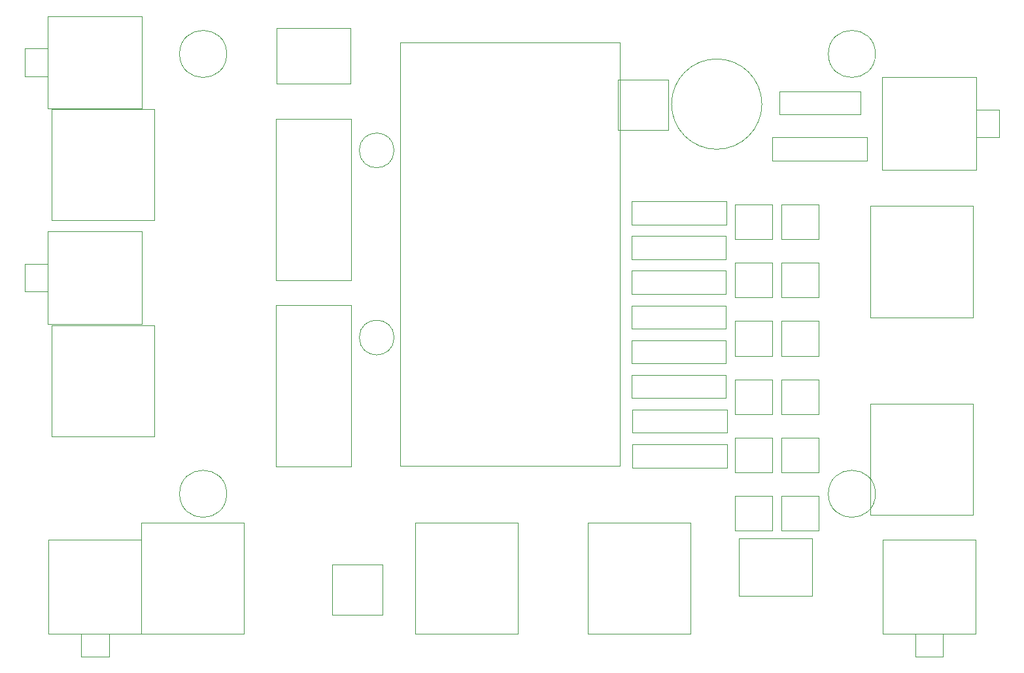
<source format=gbr>
%TF.GenerationSoftware,KiCad,Pcbnew,(6.0.4)*%
%TF.CreationDate,2022-10-02T13:18:35+02:00*%
%TF.ProjectId,Spikeling_V2.2b,5370696b-656c-4696-9e67-5f56322e3262,rev?*%
%TF.SameCoordinates,Original*%
%TF.FileFunction,Other,User*%
%FSLAX46Y46*%
G04 Gerber Fmt 4.6, Leading zero omitted, Abs format (unit mm)*
G04 Created by KiCad (PCBNEW (6.0.4)) date 2022-10-02 13:18:35*
%MOMM*%
%LPD*%
G01*
G04 APERTURE LIST*
%ADD10C,0.050000*%
%ADD11C,0.120000*%
G04 APERTURE END LIST*
D10*
%TO.C,D14*%
X180250000Y-64850000D02*
X180250000Y-58350000D01*
X173750000Y-64850000D02*
X180250000Y-64850000D01*
X180250000Y-58350000D02*
X173750000Y-58350000D01*
X173750000Y-58350000D02*
X173750000Y-64850000D01*
%TO.C, *%
X123050000Y-55000000D02*
G75*
G03*
X123050000Y-55000000I-3050000J0D01*
G01*
%TO.C,D7*%
X193700000Y-79029000D02*
X193700000Y-74529000D01*
X188850000Y-79029000D02*
X193700000Y-79029000D01*
X188850000Y-74529000D02*
X188850000Y-79029000D01*
X193700000Y-74529000D02*
X188850000Y-74529000D01*
%TO.C,D2*%
X193700000Y-112254000D02*
X188850000Y-112254000D01*
X188850000Y-116754000D02*
X193700000Y-116754000D01*
X188850000Y-112254000D02*
X188850000Y-116754000D01*
X193700000Y-116754000D02*
X193700000Y-112254000D01*
%TO.C,R5*%
X175450000Y-96600000D02*
X175450000Y-99600000D01*
X187710000Y-99600000D02*
X187710000Y-96600000D01*
X175450000Y-99600000D02*
X187710000Y-99600000D01*
X187710000Y-96600000D02*
X175450000Y-96600000D01*
%TO.C,U3*%
X139200000Y-108425000D02*
X139200000Y-87575000D01*
X129400000Y-108425000D02*
X139200000Y-108425000D01*
X139200000Y-87575000D02*
X129400000Y-87575000D01*
X129400000Y-87575000D02*
X129400000Y-108425000D01*
%TO.C,RV6*%
X206350000Y-100350000D02*
X206350000Y-114750000D01*
X219650000Y-114750000D02*
X219650000Y-100350000D01*
X219650000Y-100350000D02*
X206350000Y-100350000D01*
X206350000Y-114750000D02*
X219650000Y-114750000D01*
%TO.C,RV4*%
X169850000Y-115750000D02*
X169850000Y-130150000D01*
X183150000Y-130150000D02*
X183150000Y-115750000D01*
X169850000Y-130150000D02*
X183150000Y-130150000D01*
X183150000Y-115750000D02*
X169850000Y-115750000D01*
%TO.C,J2*%
X96882500Y-57900000D02*
X99882500Y-57900000D01*
X99882500Y-57900000D02*
X99882500Y-54300000D01*
X99882500Y-54300000D02*
X96882500Y-54300000D01*
X96882500Y-54300000D02*
X96882500Y-57900000D01*
D11*
X99882500Y-62100000D02*
X112082500Y-62100000D01*
X112082500Y-62100000D02*
X112082500Y-50100000D01*
X112082500Y-50100000D02*
X99882500Y-50100000D01*
X99882500Y-50100000D02*
X99882500Y-62100000D01*
%TO.C,J1*%
X220100000Y-58000000D02*
X207900000Y-58000000D01*
X207900000Y-58000000D02*
X207900000Y-70000000D01*
X207900000Y-70000000D02*
X220100000Y-70000000D01*
X220100000Y-70000000D02*
X220100000Y-58000000D01*
D10*
X223100000Y-62200000D02*
X220100000Y-62200000D01*
X220100000Y-62200000D02*
X220100000Y-65800000D01*
X220100000Y-65800000D02*
X223100000Y-65800000D01*
X223100000Y-65800000D02*
X223100000Y-62200000D01*
%TO.C,RV1*%
X113650000Y-76550000D02*
X113650000Y-62150000D01*
X100350000Y-76550000D02*
X113650000Y-76550000D01*
X100350000Y-62150000D02*
X100350000Y-76550000D01*
X113650000Y-62150000D02*
X100350000Y-62150000D01*
%TO.C,D4*%
X193700000Y-101664000D02*
X193700000Y-97164000D01*
X188850000Y-101664000D02*
X193700000Y-101664000D01*
X193700000Y-97164000D02*
X188850000Y-97164000D01*
X188850000Y-97164000D02*
X188850000Y-101664000D01*
%TO.C,RV3*%
X125250000Y-115750000D02*
X111950000Y-115750000D01*
X111950000Y-115750000D02*
X111950000Y-130150000D01*
X111950000Y-130150000D02*
X125250000Y-130150000D01*
X125250000Y-130150000D02*
X125250000Y-115750000D01*
%TO.C,R3*%
X175550000Y-104100000D02*
X187810000Y-104100000D01*
X187810000Y-104100000D02*
X187810000Y-101100000D01*
X175550000Y-101100000D02*
X175550000Y-104100000D01*
X187810000Y-101100000D02*
X175550000Y-101100000D01*
%TO.C, *%
X207050000Y-55000000D02*
G75*
G03*
X207050000Y-55000000I-3050000J0D01*
G01*
%TO.C,U2*%
X129400000Y-84300000D02*
X139200000Y-84300000D01*
X139200000Y-63450000D02*
X129400000Y-63450000D01*
X129400000Y-63450000D02*
X129400000Y-84300000D01*
X139200000Y-84300000D02*
X139200000Y-63450000D01*
%TO.C,C2*%
X144722600Y-91750000D02*
G75*
G03*
X144722600Y-91750000I-2250000J0D01*
G01*
D11*
%TO.C,J5*%
X220000000Y-130117500D02*
X208000000Y-130117500D01*
X208000000Y-130117500D02*
X208000000Y-117917500D01*
X208000000Y-117917500D02*
X220000000Y-117917500D01*
X220000000Y-117917500D02*
X220000000Y-130117500D01*
D10*
X215800000Y-133117500D02*
X212200000Y-133117500D01*
X212200000Y-133117500D02*
X212200000Y-130117500D01*
X212200000Y-130117500D02*
X215800000Y-130117500D01*
X215800000Y-130117500D02*
X215800000Y-133117500D01*
%TO.C,SW2*%
X139050000Y-58890000D02*
X129500000Y-58890000D01*
X139050000Y-51640000D02*
X139050000Y-58890000D01*
X129500000Y-51640000D02*
X139050000Y-51640000D01*
X129500000Y-58890000D02*
X129500000Y-51640000D01*
%TO.C,D11*%
X199700000Y-89619000D02*
X194850000Y-89619000D01*
X199700000Y-94119000D02*
X199700000Y-89619000D01*
X194850000Y-89619000D02*
X194850000Y-94119000D01*
X194850000Y-94119000D02*
X199700000Y-94119000D01*
%TO.C,D9*%
X194850000Y-109209000D02*
X199700000Y-109209000D01*
X199700000Y-109209000D02*
X199700000Y-104709000D01*
X199700000Y-104709000D02*
X194850000Y-104709000D01*
X194850000Y-104709000D02*
X194850000Y-109209000D01*
%TO.C,C1*%
X144722600Y-67500000D02*
G75*
G03*
X144722600Y-67500000I-2250000J0D01*
G01*
%TO.C,R9*%
X175450000Y-92100000D02*
X175450000Y-95100000D01*
X187710000Y-92100000D02*
X175450000Y-92100000D01*
X175450000Y-95100000D02*
X187710000Y-95100000D01*
X187710000Y-95100000D02*
X187710000Y-92100000D01*
%TO.C,D13*%
X199700000Y-79029000D02*
X199700000Y-74529000D01*
X194850000Y-79029000D02*
X199700000Y-79029000D01*
X199700000Y-74529000D02*
X194850000Y-74529000D01*
X194850000Y-74529000D02*
X194850000Y-79029000D01*
%TO.C,D12*%
X199700000Y-82074000D02*
X194850000Y-82074000D01*
X194850000Y-86574000D02*
X199700000Y-86574000D01*
X194850000Y-82074000D02*
X194850000Y-86574000D01*
X199700000Y-86574000D02*
X199700000Y-82074000D01*
%TO.C,D10*%
X194850000Y-97164000D02*
X194850000Y-101664000D01*
X199700000Y-101664000D02*
X199700000Y-97164000D01*
X194850000Y-101664000D02*
X199700000Y-101664000D01*
X199700000Y-97164000D02*
X194850000Y-97164000D01*
%TO.C,R1*%
X205930000Y-65800000D02*
X193670000Y-65800000D01*
X205930000Y-68800000D02*
X205930000Y-65800000D01*
X193670000Y-65800000D02*
X193670000Y-68800000D01*
X193670000Y-68800000D02*
X205930000Y-68800000D01*
%TO.C,D1*%
X136738000Y-121150000D02*
X136738000Y-127650000D01*
X143188000Y-121150000D02*
X136738000Y-121150000D01*
X143188000Y-127650000D02*
X143188000Y-121150000D01*
X136738000Y-127650000D02*
X143188000Y-127650000D01*
%TO.C,RV7*%
X206350000Y-89122000D02*
X219650000Y-89122000D01*
X219650000Y-89122000D02*
X219650000Y-74722000D01*
X206350000Y-74722000D02*
X206350000Y-89122000D01*
X219650000Y-74722000D02*
X206350000Y-74722000D01*
%TO.C,RV2*%
X100350000Y-104550000D02*
X113650000Y-104550000D01*
X113650000Y-104550000D02*
X113650000Y-90150000D01*
X100350000Y-90150000D02*
X100350000Y-104550000D01*
X113650000Y-90150000D02*
X100350000Y-90150000D01*
D11*
%TO.C,e*%
X99882500Y-90000000D02*
X112082500Y-90000000D01*
X112082500Y-90000000D02*
X112082500Y-78000000D01*
X112082500Y-78000000D02*
X99882500Y-78000000D01*
X99882500Y-78000000D02*
X99882500Y-90000000D01*
D10*
X96882500Y-85800000D02*
X99882500Y-85800000D01*
X99882500Y-85800000D02*
X99882500Y-82200000D01*
X99882500Y-82200000D02*
X96882500Y-82200000D01*
X96882500Y-82200000D02*
X96882500Y-85800000D01*
%TO.C,D3*%
X188850000Y-109209000D02*
X193700000Y-109209000D01*
X193700000Y-104709000D02*
X188850000Y-104709000D01*
X193700000Y-109209000D02*
X193700000Y-104709000D01*
X188850000Y-104709000D02*
X188850000Y-109209000D01*
%TO.C, *%
X207050000Y-112000000D02*
G75*
G03*
X207050000Y-112000000I-3050000J0D01*
G01*
%TO.C,D5*%
X188850000Y-94119000D02*
X193700000Y-94119000D01*
X193700000Y-89619000D02*
X188850000Y-89619000D01*
X193700000Y-94119000D02*
X193700000Y-89619000D01*
X188850000Y-89619000D02*
X188850000Y-94119000D01*
D11*
%TO.C,J4*%
X112000000Y-130117500D02*
X100000000Y-130117500D01*
X100000000Y-130117500D02*
X100000000Y-117917500D01*
X100000000Y-117917500D02*
X112000000Y-117917500D01*
X112000000Y-117917500D02*
X112000000Y-130117500D01*
D10*
X107800000Y-133117500D02*
X104200000Y-133117500D01*
X104200000Y-133117500D02*
X104200000Y-130117500D01*
X104200000Y-130117500D02*
X107800000Y-130117500D01*
X107800000Y-130117500D02*
X107800000Y-133117500D01*
%TO.C,R8*%
X175450000Y-90600000D02*
X187710000Y-90600000D01*
X187710000Y-90600000D02*
X187710000Y-87600000D01*
X175450000Y-87600000D02*
X175450000Y-90600000D01*
X187710000Y-87600000D02*
X175450000Y-87600000D01*
%TO.C,R2*%
X175550000Y-105600000D02*
X175550000Y-108600000D01*
X187810000Y-105600000D02*
X175550000Y-105600000D01*
X187810000Y-108600000D02*
X187810000Y-105600000D01*
X175550000Y-108600000D02*
X187810000Y-108600000D01*
%TO.C,RV5*%
X147469000Y-130150000D02*
X160769000Y-130150000D01*
X147469000Y-115750000D02*
X147469000Y-130150000D01*
X160769000Y-115750000D02*
X147469000Y-115750000D01*
X160769000Y-130150000D02*
X160769000Y-115750000D01*
%TO.C,C3*%
X194600000Y-59850000D02*
X194600000Y-62850000D01*
X194600000Y-62850000D02*
X205100000Y-62850000D01*
X205100000Y-59850000D02*
X194600000Y-59850000D01*
X205100000Y-62850000D02*
X205100000Y-59850000D01*
%TO.C,R7*%
X187710000Y-83100000D02*
X175450000Y-83100000D01*
X175450000Y-86100000D02*
X187710000Y-86100000D01*
X187710000Y-86100000D02*
X187710000Y-83100000D01*
X175450000Y-83100000D02*
X175450000Y-86100000D01*
%TO.C,R4*%
X175470000Y-74100000D02*
X175470000Y-77100000D01*
X187730000Y-77100000D02*
X187730000Y-74100000D01*
X175470000Y-77100000D02*
X187730000Y-77100000D01*
X187730000Y-74100000D02*
X175470000Y-74100000D01*
%TO.C,BZ1*%
X192350000Y-61500000D02*
G75*
G03*
X192350000Y-61500000I-5850000J0D01*
G01*
%TO.C, *%
X123050000Y-112000000D02*
G75*
G03*
X123050000Y-112000000I-3050000J0D01*
G01*
%TO.C,R6*%
X187710000Y-81600000D02*
X187710000Y-78600000D01*
X175450000Y-81600000D02*
X187710000Y-81600000D01*
X187710000Y-78600000D02*
X175450000Y-78600000D01*
X175450000Y-78600000D02*
X175450000Y-81600000D01*
%TO.C,SW1*%
X189360000Y-125000000D02*
X189360000Y-125250000D01*
X189610000Y-117750000D02*
X198610000Y-117750000D01*
X189360000Y-117750000D02*
X189610000Y-117750000D01*
X198860000Y-117750000D02*
X198860000Y-118000000D01*
X198860000Y-125250000D02*
X198860000Y-125000000D01*
X198610000Y-117750000D02*
X198860000Y-117750000D01*
X189360000Y-118000000D02*
X189360000Y-117750000D01*
X189360000Y-125000000D02*
X189360000Y-118000000D01*
X198610000Y-125250000D02*
X189610000Y-125250000D01*
X198860000Y-118000000D02*
X198860000Y-125000000D01*
X198610000Y-125250000D02*
X198860000Y-125250000D01*
X189360000Y-125250000D02*
X189610000Y-125250000D01*
%TO.C,U1*%
X173950000Y-53500000D02*
X173950000Y-108400000D01*
X145550000Y-53500000D02*
X173950000Y-53500000D01*
X173950000Y-108400000D02*
X145550000Y-108400000D01*
X145550000Y-108400000D02*
X145550000Y-53500000D01*
%TO.C,D8*%
X199700000Y-112254000D02*
X194850000Y-112254000D01*
X199700000Y-116754000D02*
X199700000Y-112254000D01*
X194850000Y-112254000D02*
X194850000Y-116754000D01*
X194850000Y-116754000D02*
X199700000Y-116754000D01*
%TO.C,D6*%
X193700000Y-86574000D02*
X193700000Y-82074000D01*
X193700000Y-82074000D02*
X188850000Y-82074000D01*
X188850000Y-86574000D02*
X193700000Y-86574000D01*
X188850000Y-82074000D02*
X188850000Y-86574000D01*
%TD*%
M02*

</source>
